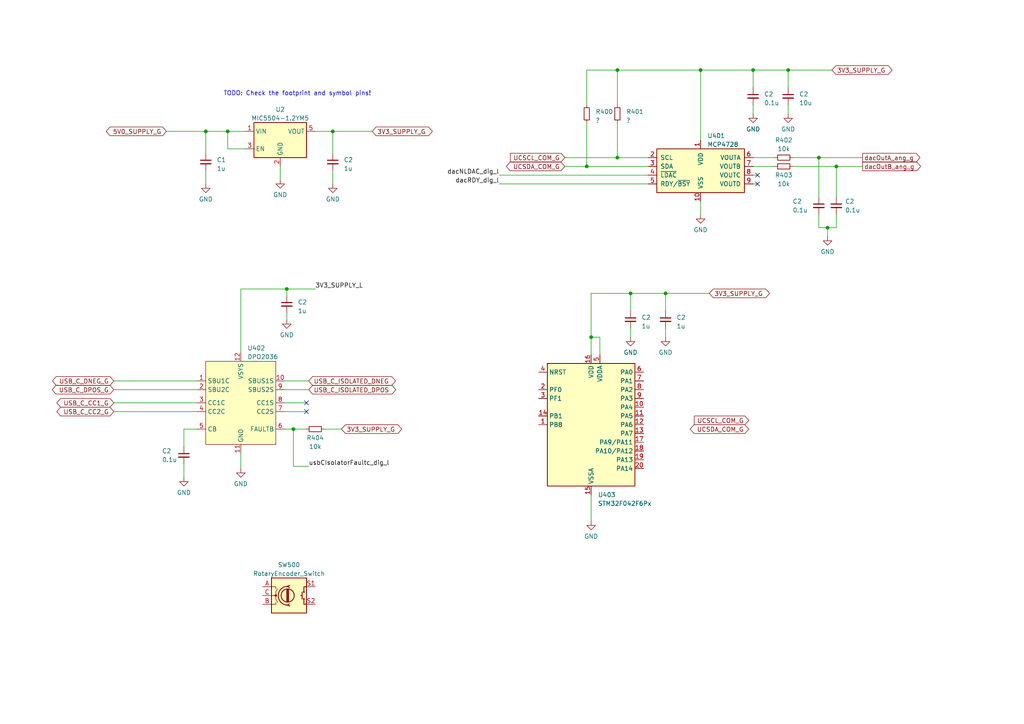
<source format=kicad_sch>
(kicad_sch (version 20230121) (generator eeschema)
  (paper "A4")
  (lib_symbols
    (symbol "Analog_DAC:MCP4728" (pin_names (offset 1.016))
      (property "Reference" "U" (at -12.7 6.35 0))
      (property "Value" "MCP4728" (at 12.7 6.35 0))
      (symbol "MCP4728_0_1"
        (rectangle (start -12.7 5.08) (end 12.7 -7.62) (stroke (width 0.254)) (fill (type background)))
      )
      (symbol "MCP4728_1_1"
        (pin power_in line (at 0 7.62 270) (length 2.54) (name "VDD") (number "1"))
        (pin power_in line (at 0 -10.16 90) (length 2.54) (name "VSS") (number "10"))
        (pin input line (at -15.24 2.54 0) (length 2.54) (name "SCL") (number "2"))
        (pin bidirectional line (at -15.24 0 0) (length 2.54) (name "SDA") (number "3"))
        (pin input line (at -15.24 -2.54 0) (length 2.54) (name "~{LDAC}") (number "4"))
        (pin output line (at -15.24 -5.08 0) (length 2.54) (name "RDY/~{BSY}") (number "5"))
        (pin output line (at 15.24 2.54 180) (length 2.54) (name "VOUTA") (number "6"))
        (pin output line (at 15.24 0 180) (length 2.54) (name "VOUTB") (number "7"))
        (pin output line (at 15.24 -2.54 180) (length 2.54) (name "VOUTC") (number "8"))
        (pin output line (at 15.24 -5.08 180) (length 2.54) (name "VOUTD") (number "9"))
      )
    )
    (symbol "Device:C_Small" (pin_numbers hide) (pin_names (offset 0.254) hide)
      (property "Reference" "C" (at 0.254 1.778 0))
      (property "Value" "C_Small" (at 0.254 -2.032 0))
      (symbol "C_Small_0_1"
        (polyline (pts (xy -1.524 -0.508) (xy 1.524 -0.508)) (stroke (width 0.3302)))
        (polyline (pts (xy -1.524 0.508) (xy 1.524 0.508)) (stroke (width 0.3048)))
      )
      (symbol "C_Small_1_1"
        (pin passive line (at 0 2.54 270) (length 2.032) (name "~") (number "1"))
        (pin passive line (at 0 -2.54 90) (length 2.032) (name "~") (number "2"))
      )
    )
    (symbol "Device:R_Small" (pin_numbers hide) (pin_names (offset 0.254) hide)
      (property "Reference" "R" (at 0.762 0.508 0))
      (property "Value" "R_Small" (at 0.762 -1.016 0))
      (symbol "R_Small_0_1"
        (rectangle (start -0.762 1.778) (end 0.762 -1.778) (stroke (width 0.2032)))
      )
      (symbol "R_Small_1_1"
        (pin passive line (at 0 2.54 270) (length 0.762) (name "~") (number "1"))
        (pin passive line (at 0 -2.54 90) (length 0.762) (name "~") (number "2"))
      )
    )
    (symbol "Device:RotaryEncoder_Switch" (pin_names (offset 0.254) hide)
      (property "Reference" "SW" (at 0 6.604 0))
      (property "Value" "RotaryEncoder_Switch" (at 0 -6.604 0))
      (symbol "RotaryEncoder_Switch_0_1"
        (rectangle (start -5.08 5.08) (end 5.08 -5.08) (stroke (width 0.254)) (fill (type background)))
        (circle (center -3.81 0) (radius 0.254) (fill (type outline)))
        (circle (center -0.381 0) (radius 1.905) (stroke (width 0.254)))
        (arc (start -0.381 2.667) (mid -3.0988 -0.0635) (end -0.381 -2.794) (stroke (width 0.254)))
        (polyline (pts (xy -0.635 -1.778) (xy -0.635 1.778)) (stroke (width 0.254)))
        (polyline (pts (xy -0.381 -1.778) (xy -0.381 1.778)) (stroke (width 0.254)))
        (polyline (pts (xy -0.127 1.778) (xy -0.127 -1.778)) (stroke (width 0.254)))
        (polyline (pts (xy 3.81 0) (xy 3.429 0)) (stroke (width 0.254)))
        (polyline (pts (xy 3.81 1.016) (xy 3.81 -1.016)) (stroke (width 0.254)))
        (polyline (pts (xy -5.08 -2.54) (xy -3.81 -2.54) (xy -3.81 -2.032)))
        (polyline (pts (xy -5.08 2.54) (xy -3.81 2.54) (xy -3.81 2.032)))
        (polyline (pts (xy 0.254 -3.048) (xy -0.508 -2.794) (xy 0.127 -2.413)) (stroke (width 0.254)))
        (polyline (pts (xy 0.254 2.921) (xy -0.508 2.667) (xy 0.127 2.286)) (stroke (width 0.254)))
        (polyline (pts (xy 5.08 -2.54) (xy 4.318 -2.54) (xy 4.318 -1.016)) (stroke (width 0.254)))
        (polyline (pts (xy 5.08 2.54) (xy 4.318 2.54) (xy 4.318 1.016)) (stroke (width 0.254)))
        (polyline (pts (xy -5.08 0) (xy -3.81 0) (xy -3.81 -1.016) (xy -3.302 -2.032)))
        (polyline (pts (xy -4.318 0) (xy -3.81 0) (xy -3.81 1.016) (xy -3.302 2.032)))
        (circle (center 4.318 -1.016) (radius 0.127) (stroke (width 0.254)))
        (circle (center 4.318 1.016) (radius 0.127) (stroke (width 0.254)))
      )
      (symbol "RotaryEncoder_Switch_1_1"
        (pin passive line (at -7.62 2.54 0) (length 2.54) (name "A") (number "A"))
        (pin passive line (at -7.62 -2.54 0) (length 2.54) (name "B") (number "B"))
        (pin passive line (at -7.62 0 0) (length 2.54) (name "C") (number "C"))
        (pin passive line (at 7.62 2.54 180) (length 2.54) (name "S1") (number "S1"))
        (pin passive line (at 7.62 -2.54 180) (length 2.54) (name "S2") (number "S2"))
      )
    )
    (symbol "MCU_ST_STM32F0:STM32F042F6Px"
      (property "Reference" "U" (at -12.7 19.05 0))
      (property "Value" "STM32F042F6Px" (at 5.08 19.05 0))
      (symbol "STM32F042F6Px_0_1"
        (rectangle (start -12.7 -17.78) (end 12.7 17.78) (stroke (width 0.254)) (fill (type background)))
      )
      (symbol "STM32F042F6Px_1_1"
        (pin bidirectional line (at -15.24 0 0) (length 2.54) (name "PB8") (number "1"))
        (pin bidirectional line (at 15.24 5.08 180) (length 2.54) (name "PA4") (number "10"))
        (pin bidirectional line (at 15.24 2.54 180) (length 2.54) (name "PA5") (number "11"))
        (pin bidirectional line (at 15.24 0 180) (length 2.54) (name "PA6") (number "12"))
        (pin bidirectional line (at 15.24 -2.54 180) (length 2.54) (name "PA7") (number "13"))
        (pin bidirectional line (at -15.24 2.54 0) (length 2.54) (name "PB1") (number "14"))
        (pin power_in line (at 0 -20.32 90) (length 2.54) (name "VSSA") (number "15"))
        (pin power_in line (at 0 20.32 270) (length 2.54) (name "VDD") (number "16"))
        (pin bidirectional line (at 15.24 -5.08 180) (length 2.54) (name "PA9/PA11") (number "17"))
        (pin bidirectional line (at 15.24 -7.62 180) (length 2.54) (name "PA10/PA12") (number "18"))
        (pin bidirectional line (at 15.24 -10.16 180) (length 2.54) (name "PA13") (number "19"))
        (pin bidirectional line (at -15.24 10.16 0) (length 2.54) (name "PF0") (number "2"))
        (pin bidirectional line (at 15.24 -12.7 180) (length 2.54) (name "PA14") (number "20"))
        (pin bidirectional line (at -15.24 7.62 0) (length 2.54) (name "PF1") (number "3"))
        (pin input line (at -15.24 15.24 0) (length 2.54) (name "NRST") (number "4"))
        (pin power_in line (at 2.54 20.32 270) (length 2.54) (name "VDDA") (number "5"))
        (pin bidirectional line (at 15.24 15.24 180) (length 2.54) (name "PA0") (number "6"))
        (pin bidirectional line (at 15.24 12.7 180) (length 2.54) (name "PA1") (number "7"))
        (pin bidirectional line (at 15.24 10.16 180) (length 2.54) (name "PA2") (number "8"))
        (pin bidirectional line (at 15.24 7.62 180) (length 2.54) (name "PA3") (number "9"))
      )
    )
    (symbol "Regulator_Linear:MIC5504-1.2YM5"
      (property "Reference" "U" (at -7.62 8.89 0))
      (property "Value" "MIC5504-1.2YM5" (at -7.62 6.35 0))
      (symbol "MIC5504-1.2YM5_0_1"
        (rectangle (start -7.62 -5.08) (end 7.62 5.08) (stroke (width 0.254)) (fill (type background)))
      )
      (symbol "MIC5504-1.2YM5_1_1"
        (pin power_in line (at -10.16 2.54 0) (length 2.54) (name "VIN") (number "1"))
        (pin power_in line (at 0 -7.62 90) (length 2.54) (name "GND") (number "2"))
        (pin input line (at -10.16 -2.54 0) (length 2.54) (name "EN") (number "3"))
        (pin no_connect line (at 7.62 -2.54 180) (length 2.54) hide (name "NC") (number "4"))
        (pin power_out line (at 10.16 2.54 180) (length 2.54) (name "VOUT") (number "5"))
      )
    )
    (symbol "User_USB_Protection:DPO2036"
      (property "Reference" "U" (at 3.175 15.875 0))
      (property "Value" "DPO2036" (at 6.985 13.335 0))
      (symbol "DPO2036_1_1"
        (polyline (pts (xy -10.16 12.065) (xy -10.16 -12.065) (xy 10.16 -12.065) (xy 10.16 12.065) (xy -10.16 12.065)) (fill (type background)))
        (pin input line (at -12.7 6.35 0) (length 2.54) (name "SBU1C") (number "1"))
        (pin input line (at 12.7 6.35 180) (length 2.54) (name "SBUS1S") (number "10"))
        (pin power_in line (at 0 -14.605 90) (length 2.54) (name "GND") (number "11"))
        (pin power_in line (at 0 14.605 270) (length 2.54) (name "VSYS") (number "12"))
        (pin input line (at -12.7 3.81 0) (length 2.54) (name "SBU2C") (number "2"))
        (pin input line (at -12.7 0 0) (length 2.54) (name "CC1C") (number "3"))
        (pin input line (at -12.7 -2.54 0) (length 2.54) (name "CC2C") (number "4"))
        (pin input line (at -12.7 -7.62 0) (length 2.54) (name "CB") (number "5"))
        (pin open_collector line (at 12.7 -7.62 180) (length 2.54) (name "FAULTB") (number "6"))
        (pin input line (at 12.7 -2.54 180) (length 2.54) (name "CC2S") (number "7"))
        (pin input line (at 12.7 0 180) (length 2.54) (name "CC1S") (number "8"))
        (pin input line (at 12.7 3.81 180) (length 2.54) (name "SBUS2S") (number "9"))
      )
    )
    (symbol "power:GND" (power) (pin_names (offset 0))
      (property "Value" "GND" (at 0 -3.81 0))
      (symbol "GND_0_1"
        (polyline (pts (xy 0 0) (xy 0 -1.27) (xy 1.27 -1.27) (xy 0 -2.54) (xy -1.27 -1.27) (xy 0 -1.27)))
      )
      (symbol "GND_1_1"
        (pin power_in line (at 0 0 270) (length 0) hide (name "GND") (number "1"))
      )
    )
  )
  (junction (at 179.07 20.32))
  (junction (at 66.04 38.1))
  (junction (at 179.07 45.72))
  (junction (at 240.03 66.04))
  (junction (at 96.52 38.1))
  (junction (at 182.88 85.09))
  (junction (at 171.45 97.79))
  (junction (at 59.69 38.1))
  (junction (at 228.6 20.32))
  (junction (at 237.49 45.72))
  (junction (at 170.18 48.26))
  (junction (at 83.185 83.82))
  (junction (at 242.57 48.26))
  (junction (at 85.09 124.46))
  (junction (at 203.2 20.32))
  (junction (at 218.44 20.32))
  (junction (at 193.04 85.09))
  (no_connect (at 219.71 53.34))
  (no_connect (at 88.9 119.38))
  (no_connect (at 219.71 50.8))
  (no_connect (at 88.9 116.84))
  (wire (pts (xy 171.45 143.51) (xy 171.45 151.13)))
  (wire (pts (xy 241.3 20.32) (xy 228.6 20.32)))
  (wire (pts (xy 163.83 48.26) (xy 170.18 48.26)))
  (wire (pts (xy 242.57 48.26) (xy 242.57 57.15)))
  (wire (pts (xy 69.85 83.82) (xy 83.185 83.82)))
  (wire (pts (xy 182.88 95.25) (xy 182.88 97.79)))
  (wire (pts (xy 179.07 35.56) (xy 179.07 45.72)))
  (wire (pts (xy 229.87 45.72) (xy 237.49 45.72)))
  (wire (pts (xy 93.98 124.46) (xy 99.06 124.46)))
  (wire (pts (xy 229.87 48.26) (xy 242.57 48.26)))
  (wire (pts (xy 96.52 38.1) (xy 107.95 38.1)))
  (wire (pts (xy 203.2 58.42) (xy 203.2 62.23)))
  (wire (pts (xy 53.34 134.62) (xy 53.34 138.43)))
  (wire (pts (xy 66.04 43.18) (xy 66.04 38.1)))
  (wire (pts (xy 71.12 43.18) (xy 66.04 43.18)))
  (wire (pts (xy 83.185 83.82) (xy 83.185 85.725)))
  (wire (pts (xy 33.02 110.49) (xy 57.15 110.49)))
  (wire (pts (xy 218.44 48.26) (xy 224.79 48.26)))
  (wire (pts (xy 218.44 30.48) (xy 218.44 33.02)))
  (wire (pts (xy 144.78 50.8) (xy 187.96 50.8)))
  (wire (pts (xy 173.99 97.79) (xy 171.45 97.79)))
  (wire (pts (xy 170.18 20.32) (xy 179.07 20.32)))
  (wire (pts (xy 242.57 66.04) (xy 242.57 62.23)))
  (wire (pts (xy 33.02 113.03) (xy 57.15 113.03)))
  (wire (pts (xy 82.55 124.46) (xy 85.09 124.46)))
  (wire (pts (xy 69.85 131.445) (xy 69.85 135.89)))
  (wire (pts (xy 203.2 20.32) (xy 203.2 40.64)))
  (wire (pts (xy 83.185 83.82) (xy 91.44 83.82)))
  (wire (pts (xy 218.44 45.72) (xy 224.79 45.72)))
  (wire (pts (xy 53.34 124.46) (xy 57.15 124.46)))
  (wire (pts (xy 81.28 48.26) (xy 81.28 52.07)))
  (wire (pts (xy 182.88 85.09) (xy 182.88 90.17)))
  (wire (pts (xy 48.26 38.1) (xy 59.69 38.1)))
  (wire (pts (xy 170.18 30.48) (xy 170.18 20.32)))
  (wire (pts (xy 242.57 48.26) (xy 250.19 48.26)))
  (wire (pts (xy 82.55 119.38) (xy 88.9 119.38)))
  (wire (pts (xy 237.49 62.23) (xy 237.49 66.04)))
  (wire (pts (xy 85.09 135.255) (xy 89.535 135.255)))
  (wire (pts (xy 82.55 113.03) (xy 89.535 113.03)))
  (wire (pts (xy 218.44 20.32) (xy 218.44 25.4)))
  (wire (pts (xy 237.49 45.72) (xy 250.19 45.72)))
  (wire (pts (xy 96.52 49.53) (xy 96.52 53.34)))
  (wire (pts (xy 240.03 66.04) (xy 240.03 68.58)))
  (wire (pts (xy 171.45 85.09) (xy 171.45 97.79)))
  (wire (pts (xy 228.6 30.48) (xy 228.6 33.02)))
  (wire (pts (xy 144.78 53.34) (xy 187.96 53.34)))
  (wire (pts (xy 237.49 45.72) (xy 237.49 57.15)))
  (wire (pts (xy 85.09 124.46) (xy 88.9 124.46)))
  (wire (pts (xy 237.49 66.04) (xy 240.03 66.04)))
  (wire (pts (xy 228.6 20.32) (xy 218.44 20.32)))
  (wire (pts (xy 170.18 48.26) (xy 170.18 35.56)))
  (wire (pts (xy 85.09 124.46) (xy 85.09 135.255)))
  (wire (pts (xy 218.44 20.32) (xy 203.2 20.32)))
  (wire (pts (xy 66.04 38.1) (xy 71.12 38.1)))
  (wire (pts (xy 33.02 119.38) (xy 57.15 119.38)))
  (wire (pts (xy 179.07 20.32) (xy 203.2 20.32)))
  (wire (pts (xy 96.52 38.1) (xy 96.52 44.45)))
  (wire (pts (xy 59.69 49.53) (xy 59.69 53.34)))
  (wire (pts (xy 163.83 45.72) (xy 179.07 45.72)))
  (wire (pts (xy 53.34 124.46) (xy 53.34 129.54)))
  (wire (pts (xy 218.44 53.34) (xy 219.71 53.34)))
  (wire (pts (xy 205.74 85.09) (xy 193.04 85.09)))
  (wire (pts (xy 193.04 85.09) (xy 182.88 85.09)))
  (wire (pts (xy 69.85 83.82) (xy 69.85 102.235)))
  (wire (pts (xy 228.6 20.32) (xy 228.6 25.4)))
  (wire (pts (xy 182.88 85.09) (xy 171.45 85.09)))
  (wire (pts (xy 240.03 66.04) (xy 242.57 66.04)))
  (wire (pts (xy 59.69 38.1) (xy 59.69 44.45)))
  (wire (pts (xy 193.04 85.09) (xy 193.04 90.17)))
  (wire (pts (xy 179.07 45.72) (xy 187.96 45.72)))
  (wire (pts (xy 82.55 116.84) (xy 88.9 116.84)))
  (wire (pts (xy 91.44 38.1) (xy 96.52 38.1)))
  (wire (pts (xy 33.02 116.84) (xy 57.15 116.84)))
  (wire (pts (xy 82.55 110.49) (xy 89.535 110.49)))
  (wire (pts (xy 173.99 102.87) (xy 173.99 97.79)))
  (wire (pts (xy 59.69 38.1) (xy 66.04 38.1)))
  (wire (pts (xy 170.18 48.26) (xy 187.96 48.26)))
  (wire (pts (xy 83.185 90.805) (xy 83.185 92.71)))
  (wire (pts (xy 193.04 95.25) (xy 193.04 97.79)))
  (wire (pts (xy 171.45 97.79) (xy 171.45 102.87)))
  (wire (pts (xy 218.44 50.8) (xy 219.71 50.8)))
  (wire (pts (xy 179.07 20.32) (xy 179.07 30.48)))
  (text "TODO: Check the footprint and symbol pins!\n" (at 64.77 27.94 0) (effects (font (size 1.27 1.27)) (justify left bottom)))
  (label "3V3_SUPPLY_L" (at 91.44 83.82 0))
  (label "dacRDY_dig_l" (at 144.78 53.34 180))
  (label "usbCIsolatorFaultc_dig_l" (at 89.535 135.255 0))
  (label "dacNLDAC_dig_l" (at 144.78 50.8 180))
  (global_label "USB_C_ISOLATED_DPOS" (shape bidirectional) (at 89.535 113.03 0) (property "Intersheetrefs" "${INTERSHEET_REFS}" (effects hide)))
  (global_label "dacOutB_ang_g" (shape output) (at 250.19 48.26 0) (property "Intersheetrefs" "${INTERSHEET_REFS}" (effects hide)))
  (global_label "3V3_SUPPLY_G" (shape bidirectional) (at 205.74 85.09 0) (property "Intersheetrefs" "${INTERSHEET_REFS}" (effects hide)))
  (global_label "USB_C_CC2_G" (shape bidirectional) (at 33.02 119.38 180) (property "Intersheetrefs" "${INTERSHEET_REFS}" (effects hide)))
  (global_label "USB_C_ISOLATED_DNEG" (shape bidirectional) (at 89.535 110.49 0) (property "Intersheetrefs" "${INTERSHEET_REFS}" (effects hide)))
  (global_label "USB_C_CC1_G" (shape bidirectional) (at 33.02 116.84 180) (property "Intersheetrefs" "${INTERSHEET_REFS}" (effects hide)))
  (global_label "UCSDA_COM_G" (shape bidirectional) (at 217.17 124.46 180) (property "Intersheetrefs" "${INTERSHEET_REFS}" (effects hide)))
  (global_label "USB_C_DNEG_G" (shape bidirectional) (at 33.02 110.49 180) (property "Intersheetrefs" "${INTERSHEET_REFS}" (effects hide)))
  (global_label "5V0_SUPPLY_G" (shape bidirectional) (at 48.26 38.1 180) (property "Intersheetrefs" "${INTERSHEET_REFS}" (effects hide)))
  (global_label "UCSCL_COM_G" (shape input) (at 163.83 45.72 180) (property "Intersheetrefs" "${INTERSHEET_REFS}" (effects hide)))
  (global_label "3V3_SUPPLY_G" (shape bidirectional) (at 99.06 124.46 0) (property "Intersheetrefs" "${INTERSHEET_REFS}" (effects hide)))
  (global_label "UCSDA_COM_G" (shape bidirectional) (at 163.83 48.26 180) (property "Intersheetrefs" "${INTERSHEET_REFS}" (effects hide)))
  (global_label "dacOutA_ang_g" (shape output) (at 250.19 45.72 0) (property "Intersheetrefs" "${INTERSHEET_REFS}" (effects hide)))
  (global_label "UCSCL_COM_G" (shape input) (at 217.17 121.92 180) (property "Intersheetrefs" "${INTERSHEET_REFS}" (effects hide)))
  (global_label "3V3_SUPPLY_G" (shape bidirectional) (at 241.3 20.32 0) (property "Intersheetrefs" "${INTERSHEET_REFS}" (effects hide)))
  (global_label "3V3_SUPPLY_G" (shape bidirectional) (at 107.95 38.1 0) (property "Intersheetrefs" "${INTERSHEET_REFS}" (effects hide)))
  (global_label "USB_C_DPOS_G" (shape bidirectional) (at 33.02 113.03 180) (property "Intersheetrefs" "${INTERSHEET_REFS}" (effects hide)))
  (symbol (lib_id "User_USB_Protection:DPO2036") (at 69.85 116.84 0) (unit 1)
    (property "Reference" "U402" (at 71.755 100.965 0) (effects (justify left)))
    (property "Value" "DPO2036" (at 71.755 103.505 0) (effects (justify left)))
    (property "Footprint" "User_USB_Protection:UQFN2020-12" (effects hide))
    (property "Datasheet" "https://www.mouser.com/datasheet/2/115/DIOD_S_A0010841545_1-2543547.pdf" (effects hide))
    (property "Vendor" "https://www.mouser.com/ProductDetail/Diodes-Incorporated/DPO2036DBB-7?qs=W%2FMpXkg%252BdQ7mvbuG76OSlw%3D%3D" (effects hide))
    (property "Price" "0.78" (effects hide))
  )
  (symbol (lib_id "power:GND") (at 53.34 138.43 0) (unit 1)
    (property "Reference" "#PWR06" (effects hide))
    (property "Value" "GND" (at 53.34 142.875 0))
    (instances (project "business_card" (path "" (reference "#PWR06") (unit 1))) (project "current_sink_dev" (path "" (reference "#PWR0411") (unit 1))))
  )
  (symbol (lib_id "Analog_DAC:MCP4728") (at 203.2 48.26 0) (unit 1)
    (property "Reference" "U401" (at 205.1559 39.37 0) (effects (justify left)))
    (property "Value" "MCP4728" (at 205.1559 41.91 0) (effects (justify left)))
    (property "Footprint" "Package_SO:MSOP-10_3x3mm_P0.5mm" (effects hide))
    (property "Datasheet" "http://ww1.microchip.com/downloads/en/DeviceDoc/22187E.pdf" (effects hide))
  )
  (symbol (lib_id "Device:C_Small") (at 242.57 59.69 0) (unit 1)
    (property "Reference" "C2" (at 245.11 58.42 0) (effects (justify left)))
    (property "Value" "0.1u" (at 245.11 60.96 0) (effects (justify left)))
    (property "Footprint" "Capacitor_SMD:C_0805_2012Metric_Pad1.18x1.45mm_HandSolder" (effects hide))
    (property "Source" "https://www.mouser.com/ProductDetail/Samsung-Electro-Mechanics/CL21B105KOFNFNE?qs=sGAEpiMZZMsh%252B1woXyUXj5ND545PPyUhMzGq7HWiq0o%3D" (effects hide))
    (property "Price" "0.065" (effects hide))
    (instances (project "business_card" (path "" (reference "C2") (unit 1))) (project "current_sink_dev" (path "" (reference "C405") (unit 1))))
  )
  (symbol (lib_id "Device:C_Small") (at 237.49 59.69 0) (unit 1)
    (property "Reference" "C2" (at 229.87 58.42 0) (effects (justify left)))
    (property "Value" "0.1u" (at 229.87 60.96 0) (effects (justify left)))
    (property "Footprint" "Capacitor_SMD:C_0805_2012Metric_Pad1.18x1.45mm_HandSolder" (effects hide))
    (property "Source" "https://www.mouser.com/ProductDetail/Samsung-Electro-Mechanics/CL21B105KOFNFNE?qs=sGAEpiMZZMsh%252B1woXyUXj5ND545PPyUhMzGq7HWiq0o%3D" (effects hide))
    (property "Price" "0.065" (effects hide))
    (instances (project "business_card" (path "" (reference "C2") (unit 1))) (project "current_sink_dev" (path "" (reference "C404") (unit 1))))
  )
  (symbol (lib_id "Device:C_Small") (at 218.44 27.94 0) (unit 1)
    (property "Reference" "C2" (at 221.615 27.3113 0) (effects (justify left)))
    (property "Value" "0.1u" (at 221.615 29.8513 0) (effects (justify left)))
    (property "Footprint" "Capacitor_SMD:C_0805_2012Metric_Pad1.18x1.45mm_HandSolder" (effects hide))
    (property "Source" "https://www.mouser.com/ProductDetail/Samsung-Electro-Mechanics/CL21B105KOFNFNE?qs=sGAEpiMZZMsh%252B1woXyUXj5ND545PPyUhMzGq7HWiq0o%3D" (effects hide))
    (property "Price" "0.065" (effects hide))
    (instances (project "business_card" (path "" (reference "C2") (unit 1))) (project "current_sink_dev" (path "" (reference "C400") (unit 1))))
  )
  (symbol (lib_id "power:GND") (at 171.45 151.13 0) (unit 1)
    (property "Reference" "#PWR06" (effects hide))
    (property "Value" "GND" (at 171.45 155.575 0))
    (instances (project "business_card" (path "" (reference "#PWR06") (unit 1))) (project "current_sink_dev" (path "" (reference "#PWR0412") (unit 1))))
  )
  (symbol (lib_id "Regulator_Linear:MIC5504-1.2YM5") (at 81.28 40.64 0) (unit 1)
    (property "Reference" "U2" (at 81.28 31.75 0))
    (property "Value" "MIC5504-1.2YM5" (at 81.28 34.29 0))
    (property "Footprint" "Package_TO_SOT_SMD:SOT-23-5_HandSoldering" (effects hide))
    (property "Datasheet" "http://ww1.microchip.com/downloads/en/DeviceDoc/MIC550X.pdf" (effects hide))
    (property "Source" "https://www.mouser.com/ProductDetail/Microchip-Technology/MIC5504-3.3YM5-TR?qs=U6T8BxXiZAUmVQ5Zs217qQ%3D%3D" (effects hide))
    (property "Price" "0.25" (effects hide))
    (instances (project "business_card" (path "" (reference "U2") (unit 1))) (project "current_sink_dev" (path "" (reference "U400") (unit 1))))
  )
  (symbol (lib_id "Device:R_Small") (at 227.33 48.26 270) (unit 1)
    (property "Reference" "R403" (at 227.33 50.8 90))
    (property "Value" "10k" (at 227.33 53.34 90))
    (property "Footprint" "Resistor_SMD:R_0805_2012Metric_Pad1.20x1.40mm_HandSolder" (effects hide))
  )
  (symbol (lib_id "power:GND") (at 193.04 97.79 0) (unit 1)
    (property "Reference" "#PWR07" (effects hide))
    (property "Value" "GND" (at 193.04 102.235 0))
    (instances (project "business_card" (path "" (reference "#PWR07") (unit 1))) (project "current_sink_dev" (path "" (reference "#PWR0409") (unit 1))))
  )
  (symbol (lib_id "Device:R_Small") (at 170.18 33.02 0) (unit 1)
    (property "Reference" "R400" (at 172.72 32.385 0) (effects (justify left)))
    (property "Value" "?" (at 172.72 34.925 0) (effects (justify left)))
    (property "Footprint" "Resistor_SMD:R_0805_2012Metric_Pad1.20x1.40mm_HandSolder" (effects hide))
  )
  (symbol (lib_id "power:GND") (at 218.44 33.02 0) (unit 1)
    (property "Reference" "#PWR07" (effects hide))
    (property "Value" "GND" (at 218.44 37.465 0))
    (instances (project "business_card" (path "" (reference "#PWR07") (unit 1))) (project "current_sink_dev" (path "" (reference "#PWR0400") (unit 1))))
  )
  (symbol (lib_id "power:GND") (at 203.2 62.23 0) (unit 1)
    (property "Reference" "#PWR07" (effects hide))
    (property "Value" "GND" (at 203.2 66.675 0))
    (instances (project "business_card" (path "" (reference "#PWR07") (unit 1))) (project "current_sink_dev" (path "" (reference "#PWR0405") (unit 1))))
  )
  (symbol (lib_id "power:GND") (at 59.69 53.34 0) (unit 1)
    (property "Reference" "#PWR08" (effects hide))
    (property "Value" "GND" (at 59.69 57.785 0))
    (instances (project "business_card" (path "" (reference "#PWR08") (unit 1))) (project "current_sink_dev" (path "" (reference "#PWR0403") (unit 1))))
  )
  (symbol (lib_id "power:GND") (at 81.28 52.07 0) (unit 1)
    (property "Reference" "#PWR06" (effects hide))
    (property "Value" "GND" (at 81.28 56.515 0))
    (instances (project "business_card" (path "" (reference "#PWR06") (unit 1))) (project "current_sink_dev" (path "" (reference "#PWR0402") (unit 1))))
  )
  (symbol (lib_id "Device:RotaryEncoder_Switch") (at 83.82 172.72 0) (unit 1)
    (property "Reference" "SW500" (at 83.82 163.83 0))
    (property "Value" "RotaryEncoder_Switch" (at 83.82 166.37 0))
    (property "Footprint" "Rotary_Encoder:RotaryEncoder_Alps_EC11E-Switch_Vertical_H20mm" (effects hide))
  )
  (symbol (lib_id "power:GND") (at 228.6 33.02 0) (unit 1)
    (property "Reference" "#PWR07" (effects hide))
    (property "Value" "GND" (at 228.6 37.465 0))
    (instances (project "business_card" (path "" (reference "#PWR07") (unit 1))) (project "current_sink_dev" (path "" (reference "#PWR0401") (unit 1))))
  )
  (symbol (lib_id "power:GND") (at 83.185 92.71 0) (unit 1)
    (property "Reference" "#PWR07" (effects hide))
    (property "Value" "GND" (at 83.185 97.155 0))
    (instances (project "business_card" (path "" (reference "#PWR07") (unit 1))) (project "current_sink_dev" (path "" (reference "#PWR0407") (unit 1))))
  )
  (symbol (lib_id "Device:C_Small") (at 59.69 46.99 0) (unit 1)
    (property "Reference" "C1" (at 62.865 46.3613 0) (effects (justify left)))
    (property "Value" "1u" (at 62.865 48.9013 0) (effects (justify left)))
    (property "Footprint" "Capacitor_SMD:C_0805_2012Metric_Pad1.18x1.45mm_HandSolder" (effects hide))
    (property "Source" "https://www.mouser.com/ProductDetail/Samsung-Electro-Mechanics/CL21B105KOFNFNE?qs=sGAEpiMZZMsh%252B1woXyUXj5ND545PPyUhMzGq7HWiq0o%3D" (effects hide))
    (property "Price" "0.065" (effects hide))
    (instances (project "business_card" (path "" (reference "C1") (unit 1))) (project "current_sink_dev" (path "" (reference "C402") (unit 1))))
  )
  (symbol (lib_id "Device:C_Small") (at 193.04 92.71 0) (unit 1)
    (property "Reference" "C2" (at 196.215 92.0813 0) (effects (justify left)))
    (property "Value" "1u" (at 196.215 94.6213 0) (effects (justify left)))
    (property "Footprint" "Capacitor_SMD:C_0805_2012Metric_Pad1.18x1.45mm_HandSolder" (effects hide))
    (property "Source" "https://www.mouser.com/ProductDetail/Samsung-Electro-Mechanics/CL21B105KOFNFNE?qs=sGAEpiMZZMsh%252B1woXyUXj5ND545PPyUhMzGq7HWiq0o%3D" (effects hide))
    (property "Price" "0.065" (effects hide))
    (instances (project "business_card" (path "" (reference "C2") (unit 1))) (project "current_sink_dev" (path "" (reference "C408") (unit 1))))
  )
  (symbol (lib_id "Device:C_Small") (at 96.52 46.99 0) (unit 1)
    (property "Reference" "C2" (at 99.695 46.3613 0) (effects (justify left)))
    (property "Value" "1u" (at 99.695 48.9013 0) (effects (justify left)))
    (property "Footprint" "Capacitor_SMD:C_0805_2012Metric_Pad1.18x1.45mm_HandSolder" (effects hide))
    (property "Source" "https://www.mouser.com/ProductDetail/Samsung-Electro-Mechanics/CL21B105KOFNFNE?qs=sGAEpiMZZMsh%252B1woXyUXj5ND545PPyUhMzGq7HWiq0o%3D" (effects hide))
    (property "Price" "0.065" (effects hide))
    (instances (project "business_card" (path "" (reference "C2") (unit 1))) (project "current_sink_dev" (path "" (reference "C403") (unit 1))))
  )
  (symbol (lib_id "Device:C_Small") (at 53.34 132.08 0) (unit 1)
    (property "Reference" "C2" (at 46.99 130.81 0) (effects (justify left)))
    (property "Value" "0.1u" (at 46.99 133.35 0) (effects (justify left)))
    (property "Footprint" "Capacitor_SMD:C_0805_2012Metric_Pad1.18x1.45mm_HandSolder" (effects hide))
    (property "Source" "https://www.mouser.com/ProductDetail/Samsung-Electro-Mechanics/CL21B105KOFNFNE?qs=sGAEpiMZZMsh%252B1woXyUXj5ND545PPyUhMzGq7HWiq0o%3D" (effects hide))
    (property "Price" "0.065" (effects hide))
    (instances (project "business_card" (path "" (reference "C2") (unit 1))) (project "current_sink_dev" (path "" (reference "C409") (unit 1))))
  )
  (symbol (lib_id "Device:C_Small") (at 83.185 88.265 0) (unit 1)
    (property "Reference" "C2" (at 86.36 87.6363 0) (effects (justify left)))
    (property "Value" "1u" (at 86.36 90.1763 0) (effects (justify left)))
    (property "Footprint" "Capacitor_SMD:C_0805_2012Metric_Pad1.18x1.45mm_HandSolder" (effects hide))
    (property "Source" "https://www.mouser.com/ProductDetail/Samsung-Electro-Mechanics/CL21B105KOFNFNE?qs=sGAEpiMZZMsh%252B1woXyUXj5ND545PPyUhMzGq7HWiq0o%3D" (effects hide))
    (property "Price" "0.065" (effects hide))
    (instances (project "business_card" (path "" (reference "C2") (unit 1))) (project "current_sink_dev" (path "" (reference "C406") (unit 1))))
  )
  (symbol (lib_id "power:GND") (at 96.52 53.34 0) (unit 1)
    (property "Reference" "#PWR07" (effects hide))
    (property "Value" "GND" (at 96.52 57.785 0))
    (instances (project "business_card" (path "" (reference "#PWR07") (unit 1))) (project "current_sink_dev" (path "" (reference "#PWR0404") (unit 1))))
  )
  (symbol (lib_id "power:GND") (at 69.85 135.89 0) (unit 1)
    (property "Reference" "#PWR06" (effects hide))
    (property "Value" "GND" (at 69.85 140.335 0))
    (instances (project "business_card" (path "" (reference "#PWR06") (unit 1))) (project "current_sink_dev" (path "" (reference "#PWR0410") (unit 1))))
  )
  (symbol (lib_id "Device:C_Small") (at 228.6 27.94 0) (unit 1)
    (property "Reference" "C2" (at 231.775 27.3113 0) (effects (justify left)))
    (property "Value" "10u" (at 231.775 29.8513 0) (effects (justify left)))
    (property "Footprint" "Capacitor_SMD:C_0805_2012Metric_Pad1.18x1.45mm_HandSolder" (effects hide))
    (property "Source" "https://www.mouser.com/ProductDetail/Samsung-Electro-Mechanics/CL21B105KOFNFNE?qs=sGAEpiMZZMsh%252B1woXyUXj5ND545PPyUhMzGq7HWiq0o%3D" (effects hide))
    (property "Price" "0.065" (effects hide))
    (instances (project "business_card" (path "" (reference "C2") (unit 1))) (project "current_sink_dev" (path "" (reference "C401") (unit 1))))
  )
  (symbol (lib_id "MCU_ST_STM32F0:STM32F042F6Px") (at 171.45 123.19 0) (unit 1)
    (property "Reference" "U403" (at 173.4059 143.51 0) (effects (justify left)))
    (property "Value" "STM32F042F6Px" (at 173.4059 146.05 0) (effects (justify left)))
    (property "Footprint" "Package_SO:TSSOP-20_4.4x6.5mm_P0.65mm" (effects hide))
    (property "Datasheet" "https://www.st.com/resource/en/datasheet/stm32f042f6.pdf" (effects hide))
  )
  (symbol (lib_id "Device:R_Small") (at 227.33 45.72 90) (unit 1)
    (property "Reference" "R402" (at 227.33 40.64 90))
    (property "Value" "10k" (at 227.33 43.18 90))
    (property "Footprint" "Resistor_SMD:R_0805_2012Metric_Pad1.20x1.40mm_HandSolder" (effects hide))
  )
  (symbol (lib_id "Device:R_Small") (at 179.07 33.02 0) (unit 1)
    (property "Reference" "R401" (at 181.61 32.385 0) (effects (justify left)))
    (property "Value" "?" (at 181.61 34.925 0) (effects (justify left)))
    (property "Footprint" "Resistor_SMD:R_0805_2012Metric_Pad1.20x1.40mm_HandSolder" (effects hide))
  )
  (symbol (lib_id "Device:C_Small") (at 182.88 92.71 0) (unit 1)
    (property "Reference" "C2" (at 186.055 92.0813 0) (effects (justify left)))
    (property "Value" "1u" (at 186.055 94.6213 0) (effects (justify left)))
    (property "Footprint" "Capacitor_SMD:C_0805_2012Metric_Pad1.18x1.45mm_HandSolder" (effects hide))
    (property "Source" "https://www.mouser.com/ProductDetail/Samsung-Electro-Mechanics/CL21B105KOFNFNE?qs=sGAEpiMZZMsh%252B1woXyUXj5ND545PPyUhMzGq7HWiq0o%3D" (effects hide))
    (property "Price" "0.065" (effects hide))
    (instances (project "business_card" (path "" (reference "C2") (unit 1))) (project "current_sink_dev" (path "" (reference "C407") (unit 1))))
  )
  (symbol (lib_id "Device:R_Small") (at 91.44 124.46 270) (unit 1)
    (property "Reference" "R404" (at 91.44 127 90))
    (property "Value" "10k" (at 91.44 129.54 90))
    (property "Footprint" "Resistor_SMD:R_0805_2012Metric_Pad1.20x1.40mm_HandSolder" (effects hide))
  )
  (symbol (lib_id "power:GND") (at 240.03 68.58 0) (unit 1)
    (property "Reference" "#PWR07" (effects hide))
    (property "Value" "GND" (at 240.03 73.025 0))
    (instances (project "business_card" (path "" (reference "#PWR07") (unit 1))) (project "current_sink_dev" (path "" (reference "#PWR0406") (unit 1))))
  )
  (symbol (lib_id "power:GND") (at 182.88 97.79 0) (unit 1)
    (property "Reference" "#PWR07" (effects hide))
    (property "Value" "GND" (at 182.88 102.235 0))
    (instances (project "business_card" (path "" (reference "#PWR07") (unit 1))) (project "current_sink_dev" (path "" (reference "#PWR0408") (unit 1))))
  )
)
</source>
